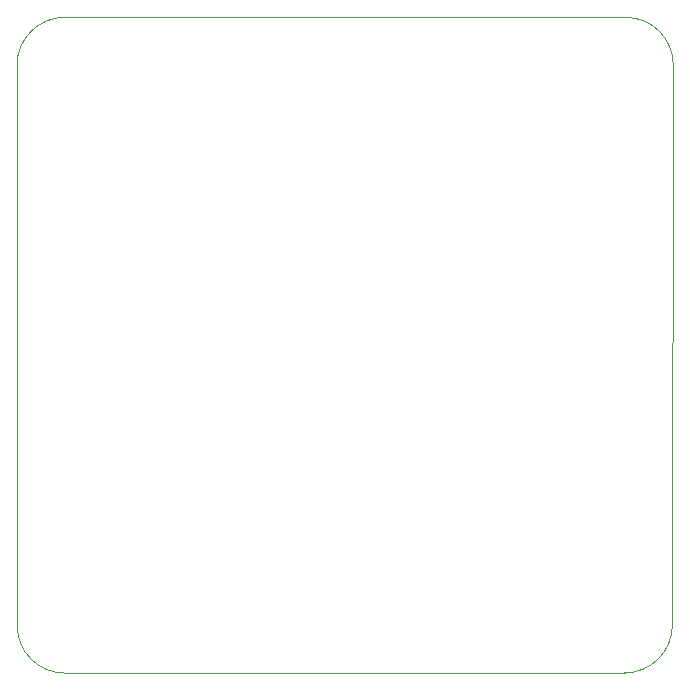
<source format=gbr>
%TF.GenerationSoftware,KiCad,Pcbnew,6.0.10-86aedd382b~118~ubuntu22.04.1*%
%TF.CreationDate,2023-04-05T16:54:16+05:30*%
%TF.ProjectId,Quadruped,51756164-7275-4706-9564-2e6b69636164,rev?*%
%TF.SameCoordinates,Original*%
%TF.FileFunction,Profile,NP*%
%FSLAX46Y46*%
G04 Gerber Fmt 4.6, Leading zero omitted, Abs format (unit mm)*
G04 Created by KiCad (PCBNEW 6.0.10-86aedd382b~118~ubuntu22.04.1) date 2023-04-05 16:54:16*
%MOMM*%
%LPD*%
G01*
G04 APERTURE LIST*
%TA.AperFunction,Profile*%
%ADD10C,0.100000*%
%TD*%
G04 APERTURE END LIST*
D10*
X28790000Y-126860000D02*
G75*
G03*
X32780000Y-130850000I3990000J0D01*
G01*
X32830000Y-75330000D02*
X80310000Y-75340000D01*
X84330000Y-79360000D02*
G75*
G03*
X80310000Y-75340000I-4020000J0D01*
G01*
X80206218Y-130846218D02*
G75*
G03*
X84256218Y-126796218I-18J4050018D01*
G01*
X84256218Y-126796218D02*
X84330000Y-79360000D01*
X32830000Y-75330000D02*
G75*
G03*
X28770000Y-79390000I0J-4060000D01*
G01*
X32780000Y-130850000D02*
X80206218Y-130846218D01*
X28790000Y-126860000D02*
X28770000Y-79390000D01*
M02*

</source>
